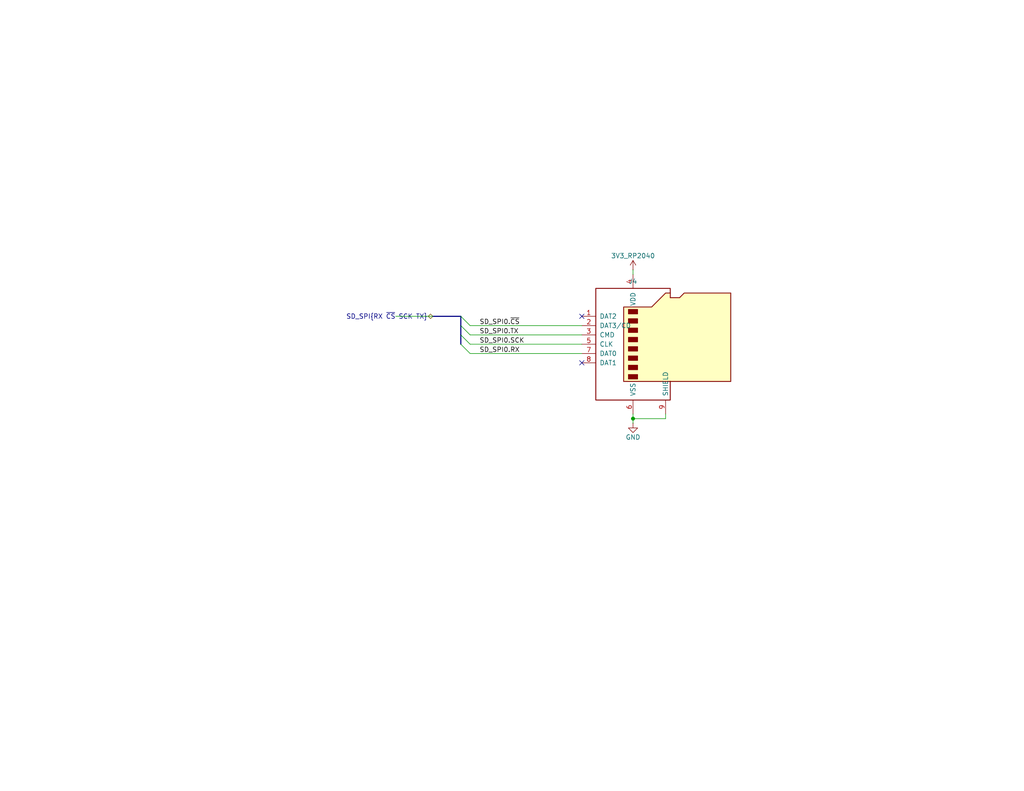
<source format=kicad_sch>
(kicad_sch (version 20250114) (generator "eeschema") (generator_version "9.0")
  (paper "A")
  (lib_symbols
    (symbol "a_giraffe_symbols:Micro_SD_Card" (pin_names (offset 1.016))
      (property "Reference" "J" (at -16.51 15.24 0))
      (property "Value" "Micro_SD_Card" (at 16.51 15.24 0))
      (symbol "Micro_SD_Card_0_1"
        (polyline (pts (xy -2.54 -11.43) (xy -2.54 8.89) (xy 5.08 8.89) (xy 8.89 12.7) (xy 10.16 12.7) (xy 10.16 11.43) (xy 12.7 11.43) (xy 13.97 12.7) (xy 26.67 12.7) (xy 26.67 -11.43) (xy -2.54 -11.43)) (stroke (width 0.254)) (fill (type background)))
        (rectangle (start -1.27 8.255) (end 1.27 6.985) (fill (type outline)))
        (rectangle (start -1.27 5.715) (end 1.27 4.445) (fill (type outline)))
        (rectangle (start -1.27 3.175) (end 1.27 1.905) (fill (type outline)))
        (rectangle (start -1.27 0.635) (end 1.27 -0.635) (fill (type outline)))
        (rectangle (start -1.27 -1.905) (end 1.27 -3.175) (fill (type outline)))
        (rectangle (start -1.27 -4.445) (end 1.27 -5.715) (fill (type outline)))
        (rectangle (start -1.27 -6.985) (end 1.27 -8.255) (fill (type outline)))
        (rectangle (start -1.27 -9.525) (end 1.27 -10.795) (fill (type outline)))
        (polyline (pts (xy 10.16 12.7) (xy 10.16 13.97) (xy -10.16 13.97) (xy -10.16 -16.51) (xy 10.16 -16.51) (xy 10.16 -11.43)) (stroke (width 0.254)))
      )
      (symbol "Micro_SD_Card_1_1"
        (pin bidirectional line (at -13.97 6.35 0) (length 3.81) (name "DAT2") (number "1"))
        (pin bidirectional line (at -13.97 3.81 0) (length 3.81) (name "DAT3/CD") (number "2"))
        (pin input line (at -13.97 1.27 0) (length 3.81) (name "CMD") (number "3"))
        (pin input line (at -13.97 -1.27 0) (length 3.81) (name "CLK") (number "5"))
        (pin bidirectional line (at -13.97 -3.81 0) (length 3.81) (name "DAT0") (number "7"))
        (pin bidirectional line (at -13.97 -6.35 0) (length 3.81) (name "DAT1") (number "8"))
        (pin power_in line (at 0 17.78 270) (length 3.81) (name "VDD") (number "4"))
        (pin power_in line (at 0 -20.32 90) (length 3.81) (name "VSS") (number "6"))
        (pin passive line (at 8.89 -20.32 90) (length 3.81) (name "SHIELD") (number "9"))
      )
    )
    (symbol "power:+3V3" (power) (pin_numbers (hide yes)) (pin_names (offset 0) (hide yes))
      (property "Value" "+3V3" (at 0 3.556 0))
      (symbol "+3V3_0_1"
        (polyline (pts (xy -0.762 1.27) (xy 0 2.54)))
        (polyline (pts (xy 0 2.54) (xy 0.762 1.27)))
        (polyline (pts (xy 0 0) (xy 0 2.54)))
      )
      (symbol "+3V3_1_1"
        (pin power_in line (at 0 0 90) (length 0) (name "~") (number "1"))
      )
    )
    (symbol "power:GND" (power) (pin_numbers (hide yes)) (pin_names (offset 0) (hide yes))
      (property "Value" "GND" (at 0 -3.81 0))
      (symbol "GND_0_1"
        (polyline (pts (xy 0 0) (xy 0 -1.27) (xy 1.27 -1.27) (xy 0 -2.54) (xy -1.27 -1.27) (xy 0 -1.27)))
      )
      (symbol "GND_1_1"
        (pin power_in line (at 0 0 270) (length 0) (name "~") (number "1"))
      )
    )
  )
  (junction (at 172.72 114.3))
  (no_connect (at 158.75 99.06))
  (no_connect (at 158.75 86.36))
  (bus_entry (at 125.73 91.44) (size 2.54 2.54))
  (bus_entry (at 125.73 93.98) (size 2.54 2.54))
  (bus_entry (at 125.73 86.36) (size 2.54 2.54))
  (bus_entry (at 125.73 88.9) (size 2.54 2.54))
  (wire (pts (xy 172.72 113.03) (xy 172.72 114.3)))
  (wire (pts (xy 128.27 88.9) (xy 158.75 88.9)))
  (wire (pts (xy 181.61 113.03) (xy 181.61 114.3)))
  (bus (pts (xy 125.73 88.9) (xy 125.73 91.44)))
  (wire (pts (xy 172.72 73.66) (xy 172.72 74.93)))
  (wire (pts (xy 128.27 91.44) (xy 158.75 91.44)))
  (wire (pts (xy 128.27 96.52) (xy 158.75 96.52)))
  (wire (pts (xy 172.72 114.3) (xy 172.72 115.57)))
  (wire (pts (xy 128.27 93.98) (xy 158.75 93.98)))
  (bus (pts (xy 125.73 86.36) (xy 118.11 86.36)))
  (bus (pts (xy 125.73 91.44) (xy 125.73 93.98)))
  (wire (pts (xy 181.61 114.3) (xy 172.72 114.3)))
  (wire (pts (xy 118.11 86.36) (xy 107.95 86.36)))
  (bus (pts (xy 125.73 86.36) (xy 125.73 88.9)))
  (label "SD_SPI0.~{CS}" (at 130.81 88.9 0))
  (label "SD_SPI0.SCK" (at 130.81 93.98 0))
  (label "SD_SPI0.TX" (at 130.81 91.44 0))
  (label "SD_SPI0.RX" (at 130.81 96.52 0))
  (hierarchical_label "SD_SPI{RX ~{CS} SCK TX}" (shape bidirectional) (at 118.11 86.36 180))
  (symbol (lib_id "power:GND") (at 172.72 115.57 0) (mirror y) (unit 1)
    (property "Reference" "#PWR037" (effects (hide yes)))
    (property "Value" "GND" (at 172.72 119.38 0))
    (property "Description" "Power symbol creates a global label with name \"GND\" , ground" (effects (hide yes)))
  )
  (symbol (lib_id "a_giraffe_symbols:Micro_SD_Card") (at 172.72 92.71 0) (unit 1)
    (property "Reference" "J4" (at 172.72 76.835 0))
    (property "Value" "Micro_SD_Card" (effects (hide yes)))
    (property "Datasheet" "https://www.we-online.com/components/products/datasheet/693072010801.pdf" (effects (hide yes)))
    (property "Description" "Micro SD Card Socket" (effects (hide yes)))
  )
  (symbol (lib_id "power:+3V3") (at 172.72 73.66 0) (unit 1)
    (property "Reference" "#PWR076" (effects (hide yes)))
    (property "Value" "3V3_RP2040" (at 172.72 69.85 0))
    (property "Description" "3V3_RP2040" (effects (hide yes)))
  )
)
</source>
